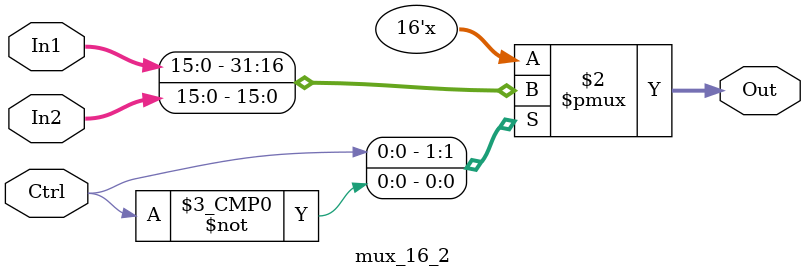
<source format=v>
module mux_16_2(
	input wire[15:0] In1,
	input wire[15:0] In2,
	input wire Ctrl,
	output reg[15:0] Out
	);

	always @(*) begin
		case (Ctrl)
			1: Out <= In1;
			0: Out <= In2;
		endcase
	end

endmodule

</source>
